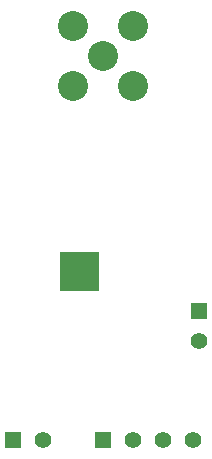
<source format=gbs>
G04 (created by PCBNEW (2013-07-24 BZR 4024)-stable) date Sat 15 Feb 2014 11:51:40 AM NZDT*
%MOIN*%
G04 Gerber Fmt 3.4, Leading zero omitted, Abs format*
%FSLAX34Y34*%
G01*
G70*
G90*
G04 APERTURE LIST*
%ADD10C,0.00590551*%
%ADD11C,0.1*%
%ADD12R,0.0708661X0.0708661*%
%ADD13R,0.055X0.055*%
%ADD14C,0.055*%
G04 APERTURE END LIST*
G54D10*
G54D11*
X25100Y-24500D03*
X26100Y-23500D03*
X24100Y-23500D03*
X24100Y-25500D03*
X26100Y-25500D03*
G54D12*
X24625Y-31377D03*
X24625Y-32007D03*
X23996Y-31377D03*
X23996Y-32007D03*
G54D13*
X25100Y-37300D03*
G54D14*
X26100Y-37300D03*
X27100Y-37300D03*
X28100Y-37300D03*
G54D13*
X28300Y-33000D03*
G54D14*
X28300Y-34000D03*
G54D13*
X22100Y-37300D03*
G54D14*
X23100Y-37300D03*
M02*

</source>
